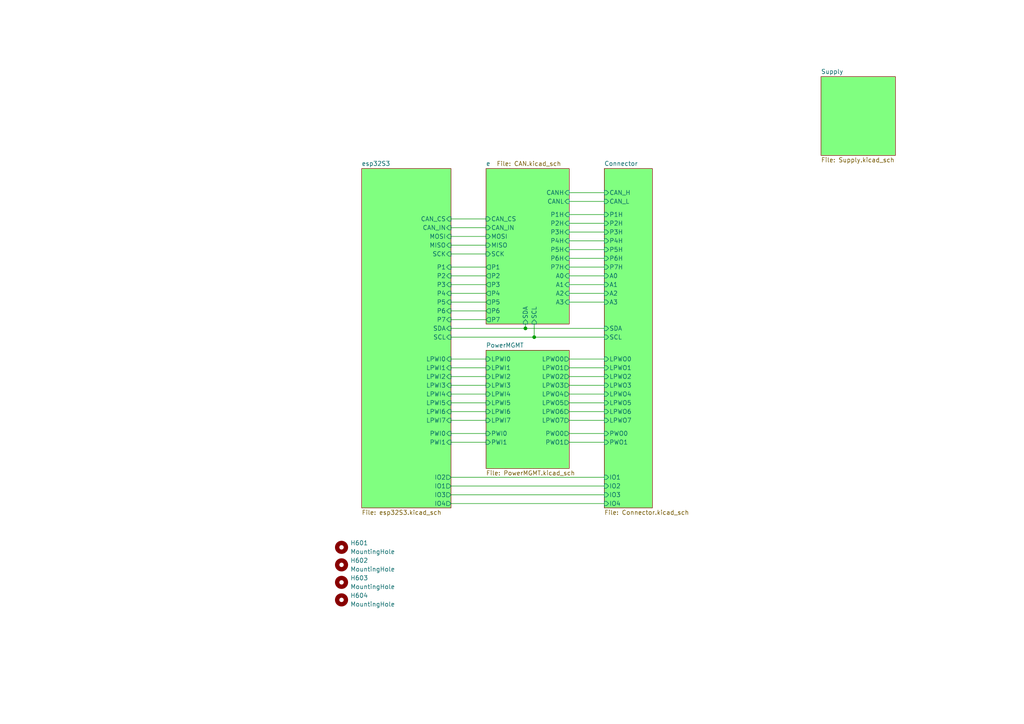
<source format=kicad_sch>
(kicad_sch (version 20231120) (generator "eeschema") (generator_version "8.0")
  (paper "A4")
  (lib_symbols
    (symbol "Mechanical:MountingHole" (pin_names (offset 1.016)) (exclude_from_sim yes) (in_bom no)
      (property "Reference" "H" (at 0 5.08 0))
      (property "Value" "MountingHole" (at 0 3.175 0))
      (symbol "MountingHole_0_1"
        (circle (center 0 0) (radius 1.27) (stroke (width 1.27)))
      )
    )
  )
  (junction (at 154.94 97.79))
  (junction (at 152.4 95.25))
  (wire (pts (xy 165.1 114.3) (xy 175.26 114.3)))
  (wire (pts (xy 165.1 111.76) (xy 175.26 111.76)))
  (wire (pts (xy 130.81 92.71) (xy 140.97 92.71)))
  (wire (pts (xy 130.81 116.84) (xy 140.97 116.84)))
  (wire (pts (xy 130.81 109.22) (xy 140.97 109.22)))
  (wire (pts (xy 130.81 77.47) (xy 140.97 77.47)))
  (wire (pts (xy 165.1 116.84) (xy 175.26 116.84)))
  (wire (pts (xy 165.1 77.47) (xy 175.26 77.47)))
  (wire (pts (xy 165.1 119.38) (xy 175.26 119.38)))
  (wire (pts (xy 165.1 55.88) (xy 175.26 55.88)))
  (wire (pts (xy 130.81 121.92) (xy 140.97 121.92)))
  (wire (pts (xy 165.1 64.77) (xy 175.26 64.77)))
  (wire (pts (xy 130.81 106.68) (xy 140.97 106.68)))
  (wire (pts (xy 130.81 85.09) (xy 140.97 85.09)))
  (wire (pts (xy 165.1 125.73) (xy 175.26 125.73)))
  (wire (pts (xy 130.81 146.05) (xy 175.26 146.05)))
  (wire (pts (xy 154.94 93.98) (xy 154.94 97.79)))
  (wire (pts (xy 130.81 104.14) (xy 140.97 104.14)))
  (wire (pts (xy 165.1 121.92) (xy 175.26 121.92)))
  (wire (pts (xy 130.81 87.63) (xy 140.97 87.63)))
  (wire (pts (xy 130.81 63.5) (xy 140.97 63.5)))
  (wire (pts (xy 165.1 106.68) (xy 175.26 106.68)))
  (wire (pts (xy 130.81 82.55) (xy 140.97 82.55)))
  (wire (pts (xy 165.1 67.31) (xy 175.26 67.31)))
  (wire (pts (xy 130.81 119.38) (xy 140.97 119.38)))
  (wire (pts (xy 165.1 74.93) (xy 175.26 74.93)))
  (wire (pts (xy 165.1 80.01) (xy 175.26 80.01)))
  (wire (pts (xy 130.81 90.17) (xy 140.97 90.17)))
  (wire (pts (xy 165.1 62.23) (xy 175.26 62.23)))
  (wire (pts (xy 130.81 73.66) (xy 140.97 73.66)))
  (wire (pts (xy 165.1 72.39) (xy 175.26 72.39)))
  (wire (pts (xy 130.81 138.43) (xy 175.26 138.43)))
  (wire (pts (xy 130.81 140.97) (xy 175.26 140.97)))
  (wire (pts (xy 130.81 95.25) (xy 152.4 95.25)))
  (wire (pts (xy 130.81 80.01) (xy 140.97 80.01)))
  (wire (pts (xy 165.1 87.63) (xy 175.26 87.63)))
  (wire (pts (xy 154.94 97.79) (xy 175.26 97.79)))
  (wire (pts (xy 165.1 85.09) (xy 175.26 85.09)))
  (wire (pts (xy 165.1 109.22) (xy 175.26 109.22)))
  (wire (pts (xy 130.81 125.73) (xy 140.97 125.73)))
  (wire (pts (xy 165.1 82.55) (xy 175.26 82.55)))
  (wire (pts (xy 130.81 111.76) (xy 140.97 111.76)))
  (wire (pts (xy 130.81 114.3) (xy 140.97 114.3)))
  (wire (pts (xy 130.81 68.58) (xy 140.97 68.58)))
  (wire (pts (xy 165.1 104.14) (xy 175.26 104.14)))
  (wire (pts (xy 165.1 58.42) (xy 175.26 58.42)))
  (wire (pts (xy 130.81 143.51) (xy 175.26 143.51)))
  (wire (pts (xy 152.4 95.25) (xy 175.26 95.25)))
  (wire (pts (xy 165.1 128.27) (xy 175.26 128.27)))
  (wire (pts (xy 130.81 128.27) (xy 140.97 128.27)))
  (wire (pts (xy 154.94 97.79) (xy 130.81 97.79)))
  (wire (pts (xy 130.81 71.12) (xy 140.97 71.12)))
  (wire (pts (xy 130.81 66.04) (xy 140.97 66.04)))
  (wire (pts (xy 152.4 95.25) (xy 152.4 93.98)))
  (wire (pts (xy 165.1 69.85) (xy 175.26 69.85)))
  (symbol (lib_id "Mechanical:MountingHole") (at 99.06 163.83 0) (unit 1) (exclude_from_sim yes) (in_bom no)
    (property "Reference" "H602" (at 101.6 162.5599 0) (effects (justify left)))
    (property "Value" "MountingHole" (at 101.6 165.0999 0) (effects (justify left)))
    (property "Footprint" "MountingHole:MountingHole_3.2mm_M3_DIN965" (effects (hide yes)))
    (property "Description" "Mounting Hole without connection" (effects (hide yes)))
  )
  (symbol (lib_id "Mechanical:MountingHole") (at 99.06 158.75 0) (unit 1) (exclude_from_sim yes) (in_bom no)
    (property "Reference" "H601" (at 101.6 157.4799 0) (effects (justify left)))
    (property "Value" "MountingHole" (at 101.6 160.0199 0) (effects (justify left)))
    (property "Footprint" "MountingHole:MountingHole_3.2mm_M3_DIN965" (effects (hide yes)))
    (property "Description" "Mounting Hole without connection" (effects (hide yes)))
  )
  (symbol (lib_id "Mechanical:MountingHole") (at 99.06 173.99 0) (unit 1) (exclude_from_sim yes) (in_bom no)
    (property "Reference" "H604" (at 101.6 172.7199 0) (effects (justify left)))
    (property "Value" "MountingHole" (at 101.6 175.2599 0) (effects (justify left)))
    (property "Footprint" "MountingHole:MountingHole_3.2mm_M3_DIN965" (effects (hide yes)))
    (property "Description" "Mounting Hole without connection" (effects (hide yes)))
  )
  (symbol (lib_id "Mechanical:MountingHole") (at 99.06 168.91 0) (unit 1) (exclude_from_sim yes) (in_bom no)
    (property "Reference" "H603" (at 101.6 167.6399 0) (effects (justify left)))
    (property "Value" "MountingHole" (at 101.6 170.1799 0) (effects (justify left)))
    (property "Footprint" "MountingHole:MountingHole_3.2mm_M3_DIN965" (effects (hide yes)))
    (property "Description" "Mounting Hole without connection" (effects (hide yes)))
  )
  (sheet (at 140.97 101.6) (size 24.13 34.29) (stroke (width 0.1524)) (fill (color 128 255 128 1.0000))
    (property "Sheetname" "PowerMGMT" (at 140.97 100.8884 0) (effects (justify left bottom)))
    (property "Sheetfile" "PowerMGMT.kicad_sch" (at 140.97 136.4746 0) (effects (justify left top)))
    (pin "LPWI1" input (at 140.97 106.68 180))
    (pin "LPWI3" input (at 140.97 111.76 180))
    (pin "LPWI2" input (at 140.97 109.22 180))
    (pin "LPWI0" input (at 140.97 104.14 180))
    (pin "LPWI4" input (at 140.97 114.3 180))
    (pin "LPWI5" input (at 140.97 116.84 180))
    (pin "LPWI7" input (at 140.97 121.92 180))
    (pin "LPWI6" input (at 140.97 119.38 180))
    (pin "PWI0" input (at 140.97 125.73 180))
    (pin "PWI1" input (at 140.97 128.27 180))
    (pin "LPWO1" output (at 165.1 106.68 0))
    (pin "LPWO0" output (at 165.1 104.14 0))
    (pin "LPWO2" output (at 165.1 109.22 0))
    (pin "LPWO3" output (at 165.1 111.76 0))
    (pin "PWO1" output (at 165.1 128.27 0))
    (pin "PWO0" output (at 165.1 125.73 0))
    (pin "LPWO6" output (at 165.1 119.38 0))
    (pin "LPWO7" output (at 165.1 121.92 0))
    (pin "LPWO5" output (at 165.1 116.84 0))
    (pin "LPWO4" output (at 165.1 114.3 0))
  )
  (sheet (at 175.26 48.895) (size 13.97 98.425) (stroke (width 0.1524)) (fill (color 128 255 128 1.0000))
    (property "Sheetname" "Connector" (at 175.26 48.1834 0) (effects (justify left bottom)))
    (property "Sheetfile" "Connector.kicad_sch" (at 175.26 147.9046 0) (effects (justify left top)))
    (pin "P6H" input (at 175.26 74.93 180))
    (pin "P7H" input (at 175.26 77.47 180))
    (pin "SCL" input (at 175.26 97.79 180))
    (pin "A1" input (at 175.26 82.55 180))
    (pin "A2" input (at 175.26 85.09 180))
    (pin "A0" input (at 175.26 80.01 180))
    (pin "CAN_L" input (at 175.26 58.42 180))
    (pin "CAN_H" input (at 175.26 55.88 180))
    (pin "P5H" input (at 175.26 72.39 180))
    (pin "SDA" input (at 175.26 95.25 180))
    (pin "A3" input (at 175.26 87.63 180))
    (pin "P1H" input (at 175.26 62.23 180))
    (pin "P2H" input (at 175.26 64.77 180))
    (pin "P3H" input (at 175.26 67.31 180))
    (pin "P4H" input (at 175.26 69.85 180))
    (pin "LPWO3" input (at 175.26 111.76 180))
    (pin "LPWO0" input (at 175.26 104.14 180))
    (pin "LPWO1" input (at 175.26 106.68 180))
    (pin "LPWO2" input (at 175.26 109.22 180))
    (pin "LPWO4" input (at 175.26 114.3 180))
    (pin "LPWO5" input (at 175.26 116.84 180))
    (pin "LPWO6" input (at 175.26 119.38 180))
    (pin "LPWO7" input (at 175.26 121.92 180))
    (pin "PWO1" input (at 175.26 128.27 180))
    (pin "PWO0" input (at 175.26 125.73 180))
    (pin "IO1" input (at 175.26 138.43 180))
    (pin "IO2" input (at 175.26 140.97 180))
    (pin "IO3" input (at 175.26 143.51 180))
    (pin "IO4" input (at 175.26 146.05 180))
  )
  (sheet (at 238.125 22.225) (size 21.59 22.86) (stroke (width 0.1524)) (fill (color 128 255 128 1.0000))
    (property "Sheetname" "Supply" (at 238.125 21.5134 0) (effects (justify left bottom)))
    (property "Sheetfile" "Supply.kicad_sch" (at 238.125 45.6696 0) (effects (justify left top)))
  )
  (sheet (at 104.902 48.895) (size 25.908 98.425) (stroke (width 0.1524)) (fill (color 128 255 128 1.0000))
    (property "Sheetname" "esp32S3" (at 104.902 48.1834 0) (effects (justify left bottom)))
    (property "Sheetfile" "esp32S3.kicad_sch" (at 104.902 147.9046 0) (effects (justify left top)))
    (pin "MOSI" input (at 130.81 68.58 0))
    (pin "MISO" input (at 130.81 71.12 0))
    (pin "SCK" input (at 130.81 73.66 0))
    (pin "P1" input (at 130.81 77.47 0))
    (pin "P2" input (at 130.81 80.01 0))
    (pin "SCL" input (at 130.81 97.79 0))
    (pin "SDA" input (at 130.81 95.25 0))
    (pin "P3" input (at 130.81 82.55 0))
    (pin "P4" input (at 130.81 85.09 0))
    (pin "CAN_IN" input (at 130.81 66.04 0))
    (pin "CAN_CS" input (at 130.81 63.5 0))
    (pin "P5" input (at 130.81 87.63 0))
    (pin "P6" input (at 130.81 90.17 0))
    (pin "P7" input (at 130.81 92.71 0))
    (pin "LPWI3" input (at 130.81 111.76 0))
    (pin "LPWI6" input (at 130.81 119.38 0))
    (pin "LPWI0" input (at 130.81 104.14 0))
    (pin "LPWI1" input (at 130.81 106.68 0))
    (pin "LPWI2" input (at 130.81 109.22 0))
    (pin "LPWI4" input (at 130.81 114.3 0))
    (pin "LPWI5" input (at 130.81 116.84 0))
    (pin "LPWI7" input (at 130.81 121.92 0))
    (pin "PWI0" input (at 130.81 125.73 0))
    (pin "PWI1" input (at 130.81 128.27 0))
    (pin "IO2" output (at 130.81 138.43 0))
    (pin "IO1" output (at 130.81 140.97 0))
    (pin "IO3" output (at 130.81 143.51 0))
    (pin "IO4" output (at 130.81 146.05 0))
  )
  (sheet (at 140.97 48.895) (size 24.13 45.085) (stroke (width 0.1524)) (fill (color 128 255 128 1.0000))
    (property "Sheetname" "e" (at 140.97 48.1834 0) (effects (justify left bottom)))
    (property "Sheetfile" "CAN.kicad_sch" (at 144.018 46.736 0) (effects (justify left top)))
    (pin "P2H" input (at 165.1 64.77 0))
    (pin "P2" output (at 140.97 80.01 180))
    (pin "P3H" input (at 165.1 67.31 0))
    (pin "P1H" input (at 165.1 62.23 0))
    (pin "P1" output (at 140.97 77.47 180))
    (pin "CANH" input (at 165.1 55.88 0))
    (pin "CANL" input (at 165.1 58.42 0))
    (pin "A1" input (at 165.1 82.55 0))
    (pin "A0" input (at 165.1 80.01 0))
    (pin "SCL" input (at 154.94 93.98 270))
    (pin "A2" input (at 165.1 85.09 0))
    (pin "SDA" input (at 152.4 93.98 270))
    (pin "A3" input (at 165.1 87.63 0))
    (pin "CAN_IN" input (at 140.97 66.04 180))
    (pin "SCK" input (at 140.97 73.66 180))
    (pin "CAN_CS" input (at 140.97 63.5 180))
    (pin "MOSI" input (at 140.97 68.58 180))
    (pin "MISO" input (at 140.97 71.12 180))
    (pin "P4" output (at 140.97 85.09 180))
    (pin "P3" output (at 140.97 82.55 180))
    (pin "P6" output (at 140.97 90.17 180))
    (pin "P7H" input (at 165.1 77.47 0))
    (pin "P4H" input (at 165.1 69.85 0))
    (pin "P5H" input (at 165.1 72.39 0))
    (pin "P5" output (at 140.97 87.63 180))
    (pin "P6H" input (at 165.1 74.93 0))
    (pin "P7" output (at 140.97 92.71 180))
  )
)
</source>
